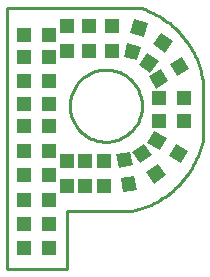
<source format=gtp>
G75*
%MOIN*%
%OFA0B0*%
%FSLAX24Y24*%
%IPPOS*%
%LPD*%
%AMOC8*
5,1,8,0,0,1.08239X$1,22.5*
%
%ADD10C,0.0100*%
%ADD11R,0.0472X0.0472*%
%ADD12R,0.0472X0.0472*%
D10*
X002392Y002454D02*
X002392Y011142D01*
X006892Y011142D01*
X008954Y008517D02*
X008954Y006829D01*
X006579Y004392D02*
X004392Y004392D01*
X004392Y002454D01*
X002392Y002454D01*
X006580Y004392D02*
X006686Y004416D01*
X006792Y004445D01*
X006896Y004477D01*
X006999Y004513D01*
X007101Y004553D01*
X007202Y004596D01*
X007301Y004643D01*
X007398Y004693D01*
X007493Y004747D01*
X007586Y004804D01*
X007677Y004864D01*
X007766Y004928D01*
X007853Y004994D01*
X007937Y005064D01*
X008019Y005137D01*
X008098Y005212D01*
X008174Y005290D01*
X008248Y005371D01*
X008318Y005455D01*
X008386Y005541D01*
X008450Y005629D01*
X008511Y005720D01*
X008569Y005813D01*
X008624Y005907D01*
X008675Y006004D01*
X008723Y006102D01*
X008767Y006202D01*
X008808Y006304D01*
X008844Y006407D01*
X008878Y006511D01*
X008907Y006616D01*
X008933Y006722D01*
X008955Y006829D01*
X008954Y008516D02*
X008944Y008623D01*
X008930Y008729D01*
X008912Y008835D01*
X008890Y008940D01*
X008865Y009044D01*
X008836Y009148D01*
X008803Y009250D01*
X008767Y009351D01*
X008727Y009450D01*
X008684Y009548D01*
X008637Y009645D01*
X008587Y009739D01*
X008533Y009832D01*
X008476Y009923D01*
X008416Y010012D01*
X008353Y010099D01*
X008287Y010183D01*
X008217Y010265D01*
X008145Y010344D01*
X008070Y010421D01*
X007993Y010495D01*
X007913Y010566D01*
X007830Y010635D01*
X007745Y010700D01*
X007658Y010762D01*
X007568Y010821D01*
X007477Y010877D01*
X007383Y010930D01*
X007288Y010979D01*
X007191Y011025D01*
X007093Y011067D01*
X006993Y011106D01*
X006891Y011141D01*
X004504Y007892D02*
X004506Y007961D01*
X004512Y008030D01*
X004522Y008098D01*
X004536Y008166D01*
X004553Y008233D01*
X004575Y008299D01*
X004600Y008363D01*
X004629Y008426D01*
X004662Y008487D01*
X004698Y008546D01*
X004737Y008603D01*
X004780Y008657D01*
X004825Y008709D01*
X004874Y008759D01*
X004925Y008805D01*
X004979Y008848D01*
X005036Y008889D01*
X005094Y008925D01*
X005155Y008959D01*
X005217Y008989D01*
X005281Y009015D01*
X005346Y009037D01*
X005413Y009056D01*
X005481Y009071D01*
X005549Y009082D01*
X005618Y009089D01*
X005687Y009092D01*
X005756Y009091D01*
X005825Y009086D01*
X005893Y009077D01*
X005961Y009064D01*
X006028Y009047D01*
X006095Y009027D01*
X006159Y009002D01*
X006222Y008974D01*
X006284Y008943D01*
X006343Y008907D01*
X006401Y008869D01*
X006456Y008827D01*
X006509Y008782D01*
X006559Y008734D01*
X006606Y008684D01*
X006650Y008630D01*
X006691Y008575D01*
X006729Y008517D01*
X006763Y008457D01*
X006794Y008395D01*
X006821Y008331D01*
X006844Y008266D01*
X006864Y008200D01*
X006880Y008132D01*
X006892Y008064D01*
X006900Y007996D01*
X006904Y007927D01*
X006904Y007857D01*
X006900Y007788D01*
X006892Y007720D01*
X006880Y007652D01*
X006864Y007584D01*
X006844Y007518D01*
X006821Y007453D01*
X006794Y007389D01*
X006763Y007327D01*
X006729Y007267D01*
X006691Y007209D01*
X006650Y007154D01*
X006606Y007100D01*
X006559Y007050D01*
X006509Y007002D01*
X006456Y006957D01*
X006401Y006915D01*
X006343Y006877D01*
X006284Y006841D01*
X006222Y006810D01*
X006159Y006782D01*
X006095Y006757D01*
X006028Y006737D01*
X005961Y006720D01*
X005893Y006707D01*
X005825Y006698D01*
X005756Y006693D01*
X005687Y006692D01*
X005618Y006695D01*
X005549Y006702D01*
X005481Y006713D01*
X005413Y006728D01*
X005346Y006747D01*
X005281Y006769D01*
X005217Y006795D01*
X005155Y006825D01*
X005094Y006859D01*
X005036Y006895D01*
X004979Y006936D01*
X004925Y006979D01*
X004874Y007025D01*
X004825Y007075D01*
X004780Y007127D01*
X004737Y007181D01*
X004698Y007238D01*
X004662Y007297D01*
X004629Y007358D01*
X004600Y007421D01*
X004575Y007485D01*
X004553Y007551D01*
X004536Y007618D01*
X004522Y007686D01*
X004512Y007754D01*
X004506Y007823D01*
X004504Y007892D01*
D11*
X003805Y007954D03*
X003805Y007204D03*
X003805Y006392D03*
X004392Y006055D03*
X005017Y006055D03*
X005642Y006055D03*
X005642Y005228D03*
X005017Y005228D03*
X004392Y005228D03*
X003805Y005579D03*
X003805Y004767D03*
X003805Y003954D03*
X003805Y003142D03*
X002978Y003142D03*
X002978Y003954D03*
X002978Y004767D03*
X002978Y005579D03*
X002978Y006392D03*
X002978Y007204D03*
X002978Y007954D03*
X002978Y008704D03*
X002978Y009517D03*
X002978Y010267D03*
X003805Y010267D03*
X004392Y010555D03*
X005142Y010555D03*
X005892Y010555D03*
X005892Y009728D03*
X005142Y009728D03*
X004392Y009728D03*
X003805Y009517D03*
X003805Y008704D03*
X007478Y008142D03*
X007478Y007392D03*
X008305Y007392D03*
X008305Y008142D03*
D12*
G36*
X008078Y008878D02*
X007842Y009286D01*
X008250Y009522D01*
X008486Y009114D01*
X008078Y008878D01*
G37*
G36*
X007362Y008465D02*
X007126Y008873D01*
X007534Y009109D01*
X007770Y008701D01*
X007362Y008465D01*
G37*
G36*
X007189Y008990D02*
X006804Y009261D01*
X007075Y009646D01*
X007460Y009375D01*
X007189Y008990D01*
G37*
G36*
X006757Y009402D02*
X006302Y009525D01*
X006425Y009980D01*
X006880Y009857D01*
X006757Y009402D01*
G37*
G36*
X007663Y009667D02*
X007278Y009938D01*
X007549Y010323D01*
X007934Y010052D01*
X007663Y009667D01*
G37*
G36*
X006971Y010200D02*
X006516Y010323D01*
X006639Y010778D01*
X007094Y010655D01*
X006971Y010200D01*
G37*
G36*
X007087Y006637D02*
X007323Y007045D01*
X007731Y006809D01*
X007495Y006401D01*
X007087Y006637D01*
G37*
G36*
X006578Y006361D02*
X006963Y006632D01*
X007234Y006247D01*
X006849Y005976D01*
X006578Y006361D01*
G37*
G36*
X006049Y006285D02*
X006513Y006367D01*
X006595Y005903D01*
X006131Y005821D01*
X006049Y006285D01*
G37*
G36*
X006193Y005471D02*
X006657Y005553D01*
X006739Y005089D01*
X006275Y005007D01*
X006193Y005471D01*
G37*
G36*
X007052Y005683D02*
X007437Y005954D01*
X007708Y005569D01*
X007323Y005298D01*
X007052Y005683D01*
G37*
G36*
X007803Y006224D02*
X008039Y006632D01*
X008447Y006396D01*
X008211Y005988D01*
X007803Y006224D01*
G37*
M02*

</source>
